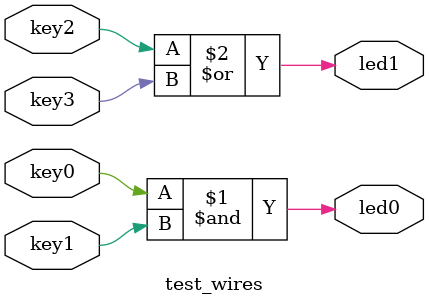
<source format=v>
module test_wires(
     input wire key0,
     input wire key1,
     input wire key2,
     input wire key3,
     output wire led0,
     output wire led1
     );

assign led0 = key0 & key1;
assign led1 = key2 | key3;

endmodule
</source>
